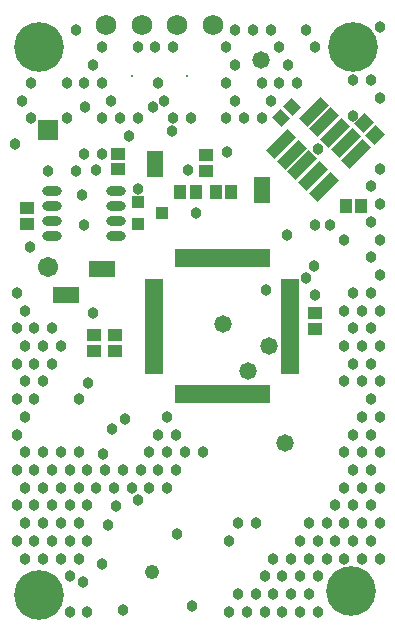
<source format=gbr>
%TF.GenerationSoftware,Altium Limited,Altium Designer,18.1.9 (240)*%
G04 Layer_Color=8388736*
%FSLAX26Y26*%
%MOIN*%
%TF.FileFunction,Soldermask,Top*%
%TF.Part,Single*%
G01*
G75*
%TA.AperFunction,SMDPad,CuDef*%
%ADD64R,0.047370X0.043433*%
%ADD72R,0.043433X0.039496*%
%TA.AperFunction,ComponentPad*%
%ADD73C,0.008000*%
%ADD74C,0.068000*%
%ADD75R,0.067055X0.067055*%
%ADD76C,0.067055*%
%TA.AperFunction,ViaPad*%
%ADD77C,0.165480*%
%ADD78C,0.038000*%
%ADD79C,0.048000*%
%ADD80C,0.058000*%
%TA.AperFunction,SMDPad,CuDef*%
G04:AMPARAMS|DCode=81|XSize=45.402mil|YSize=41.465mil|CornerRadius=0mil|HoleSize=0mil|Usage=FLASHONLY|Rotation=135.000|XOffset=0mil|YOffset=0mil|HoleType=Round|Shape=Rectangle|*
%AMROTATEDRECTD81*
4,1,4,0.030712,-0.001392,0.001392,-0.030712,-0.030712,0.001392,-0.001392,0.030712,0.030712,-0.001392,0.0*
%
%ADD81ROTATEDRECTD81*%

%TA.AperFunction,ConnectorPad*%
G04:AMPARAMS|DCode=82|XSize=47.37mil|YSize=43.433mil|CornerRadius=0mil|HoleSize=0mil|Usage=FLASHONLY|Rotation=45.000|XOffset=0mil|YOffset=0mil|HoleType=Round|Shape=Rectangle|*
%AMROTATEDRECTD82*
4,1,4,-0.001392,-0.032104,-0.032104,-0.001392,0.001392,0.032104,0.032104,0.001392,-0.001392,-0.032104,0.0*
%
%ADD82ROTATEDRECTD82*%

%TA.AperFunction,SMDPad,CuDef*%
%ADD83R,0.041465X0.045402*%
%ADD84R,0.053276X0.088709*%
G04:AMPARAMS|DCode=85|XSize=37.921mil|YSize=102.488mil|CornerRadius=0mil|HoleSize=0mil|Usage=FLASHONLY|Rotation=135.000|XOffset=0mil|YOffset=0mil|HoleType=Round|Shape=Rectangle|*
%AMROTATEDRECTD85*
4,1,4,0.049642,0.022828,-0.022828,-0.049642,-0.049642,-0.022828,0.022828,0.049642,0.049642,0.022828,0.0*
%
%ADD85ROTATEDRECTD85*%

%ADD86R,0.019811X0.061150*%
%ADD87R,0.061150X0.019811*%
%ADD88R,0.088709X0.053276*%
%ADD89R,0.045402X0.041465*%
%ADD90O,0.065087X0.031622*%
D64*
X669291Y1591585D02*
D03*
Y1538435D02*
D03*
X368378Y937992D02*
D03*
Y991142D02*
D03*
X297345Y937992D02*
D03*
Y991142D02*
D03*
X1035433Y1009124D02*
D03*
Y1062274D02*
D03*
X73937Y1414537D02*
D03*
Y1361388D02*
D03*
D72*
X443937Y1434341D02*
D03*
Y1359537D02*
D03*
X522677Y1396939D02*
D03*
D73*
X608722Y1852882D02*
D03*
X423683D02*
D03*
D74*
X693367Y2022961D02*
D03*
X575257D02*
D03*
X457147D02*
D03*
X339037D02*
D03*
D75*
X145581Y1674213D02*
D03*
D76*
Y1215551D02*
D03*
D77*
X1161417Y1948819D02*
D03*
X114173D02*
D03*
X1153543Y136134D02*
D03*
X114173Y123478D02*
D03*
D78*
X401839Y708661D02*
D03*
X393701Y74803D02*
D03*
X1250000Y2016811D02*
D03*
X1220472Y1839645D02*
D03*
X1250000Y1780590D02*
D03*
Y1544370D02*
D03*
X1220472Y1485315D02*
D03*
X1250000Y1426259D02*
D03*
X1220472Y1367204D02*
D03*
X1250000Y1308149D02*
D03*
X1220472Y1249094D02*
D03*
X1250000Y1190039D02*
D03*
X1220472Y1130984D02*
D03*
X1250000Y1071929D02*
D03*
X1220472Y1012874D02*
D03*
X1250000Y953819D02*
D03*
X1220472Y894764D02*
D03*
X1250000Y835708D02*
D03*
X1220472Y776653D02*
D03*
X1250000Y717598D02*
D03*
X1220472Y658543D02*
D03*
X1250000Y599488D02*
D03*
X1220472Y540433D02*
D03*
X1250000Y481378D02*
D03*
X1220472Y422323D02*
D03*
X1250000Y363268D02*
D03*
X1220472Y304213D02*
D03*
X1250000Y245157D02*
D03*
X1161417Y1839645D02*
D03*
Y1721535D02*
D03*
Y1130984D02*
D03*
X1190945Y1071929D02*
D03*
X1161417Y1012874D02*
D03*
X1190945Y953819D02*
D03*
X1161417Y894764D02*
D03*
X1190945Y835708D02*
D03*
Y717598D02*
D03*
X1161417Y658543D02*
D03*
X1190945Y599488D02*
D03*
X1161417Y540433D02*
D03*
X1190945Y481378D02*
D03*
X1161417Y422323D02*
D03*
X1190945Y363268D02*
D03*
X1161417Y304213D02*
D03*
X1190945Y245157D02*
D03*
X1131889Y1308149D02*
D03*
Y1071929D02*
D03*
Y953819D02*
D03*
Y835708D02*
D03*
Y599488D02*
D03*
Y481378D02*
D03*
X1102362Y422323D02*
D03*
X1131889Y363268D02*
D03*
X1102362Y304213D02*
D03*
X1131889Y245157D02*
D03*
X1072834Y363268D02*
D03*
X1043307Y304213D02*
D03*
X1072834Y245157D02*
D03*
X1043307Y186102D02*
D03*
Y67992D02*
D03*
X1013779Y363268D02*
D03*
X984252Y304213D02*
D03*
X1013779Y245157D02*
D03*
X984252Y186102D02*
D03*
X1013779Y127047D02*
D03*
X984252Y67992D02*
D03*
X954724Y245157D02*
D03*
X925197Y186102D02*
D03*
X954724Y127047D02*
D03*
X925197Y67992D02*
D03*
X895669Y245157D02*
D03*
X866141Y186102D02*
D03*
X895669Y127047D02*
D03*
X866141Y67992D02*
D03*
X836614Y363268D02*
D03*
Y127047D02*
D03*
X807086Y67992D02*
D03*
X777559Y363268D02*
D03*
X748031Y304213D02*
D03*
X777559Y127047D02*
D03*
X748031Y67992D02*
D03*
X659449Y599488D02*
D03*
X570866Y658543D02*
D03*
X600394Y599488D02*
D03*
X570866Y540433D02*
D03*
X541338Y717598D02*
D03*
X511811Y658543D02*
D03*
X541338Y599488D02*
D03*
X511811Y540433D02*
D03*
X541338Y481378D02*
D03*
X482283Y599488D02*
D03*
X452756Y540433D02*
D03*
X482283Y481378D02*
D03*
X393701Y540433D02*
D03*
X423228Y481378D02*
D03*
X334646Y540433D02*
D03*
X364173Y481378D02*
D03*
X275591Y540433D02*
D03*
X305118Y481378D02*
D03*
X275591Y422323D02*
D03*
Y304213D02*
D03*
Y67992D02*
D03*
X246063Y599488D02*
D03*
X216535Y540433D02*
D03*
X246063Y481378D02*
D03*
X216535Y422323D02*
D03*
X246063Y363268D02*
D03*
X216535Y304213D02*
D03*
X246063Y245157D02*
D03*
X216535Y186102D02*
D03*
Y67992D02*
D03*
X157480Y1012874D02*
D03*
X187008Y953819D02*
D03*
X157480Y894764D02*
D03*
X187008Y599488D02*
D03*
X157480Y540433D02*
D03*
X187008Y481378D02*
D03*
X157480Y422323D02*
D03*
X187008Y363268D02*
D03*
X157480Y304213D02*
D03*
X187008Y245157D02*
D03*
X98425Y1012874D02*
D03*
X127953Y953819D02*
D03*
X98425Y894764D02*
D03*
X127953Y835708D02*
D03*
X98425Y776653D02*
D03*
X127953Y599488D02*
D03*
X98425Y540433D02*
D03*
X127953Y481378D02*
D03*
X98425Y422323D02*
D03*
X127953Y363268D02*
D03*
X98425Y304213D02*
D03*
X127953Y245157D02*
D03*
X39370Y1130984D02*
D03*
X68898Y1071929D02*
D03*
X39370Y1012874D02*
D03*
X68898Y953819D02*
D03*
X39370Y894764D02*
D03*
X68898Y835708D02*
D03*
X39370Y776653D02*
D03*
X68898Y717598D02*
D03*
X39370Y658543D02*
D03*
X68898Y599488D02*
D03*
X39370Y540433D02*
D03*
X68898Y481378D02*
D03*
X39370Y422323D02*
D03*
X68898Y363268D02*
D03*
X39370Y304213D02*
D03*
X68898Y245157D02*
D03*
X356724Y676478D02*
D03*
X278527Y831771D02*
D03*
X327758Y594488D02*
D03*
X247897Y778304D02*
D03*
X511810Y1830705D02*
D03*
X572835Y326772D02*
D03*
X82677Y1283465D02*
D03*
X740158Y1600472D02*
D03*
X856299Y1712598D02*
D03*
X342519Y358267D02*
D03*
X1033464Y1358267D02*
D03*
X561023Y1712598D02*
D03*
X637794Y1397635D02*
D03*
X870079Y1141732D02*
D03*
X1082677Y1358268D02*
D03*
X559055Y1669291D02*
D03*
X1003937Y2007873D02*
D03*
X1033464Y1948818D02*
D03*
X1003937Y1181102D02*
D03*
X1033464Y1122047D02*
D03*
X944882Y1889763D02*
D03*
X974409Y1830708D02*
D03*
X885827Y2007873D02*
D03*
X915354Y1948818D02*
D03*
Y1830708D02*
D03*
X885827Y1771653D02*
D03*
X826771Y2007873D02*
D03*
X856299Y1830708D02*
D03*
X767716Y2007873D02*
D03*
Y1889763D02*
D03*
Y1771653D02*
D03*
X797244Y1712598D02*
D03*
X738189Y1948818D02*
D03*
Y1830708D02*
D03*
Y1712598D02*
D03*
X620078D02*
D03*
X561023Y1948818D02*
D03*
X531496Y1771653D02*
D03*
X501968Y1948818D02*
D03*
X442913D02*
D03*
Y1712598D02*
D03*
X413386Y1653543D02*
D03*
X442913Y1476378D02*
D03*
X354331Y1771653D02*
D03*
X383858Y1712598D02*
D03*
X324803Y1948818D02*
D03*
X295276Y1889763D02*
D03*
X324803Y1830708D02*
D03*
Y1712598D02*
D03*
Y1594488D02*
D03*
X295276Y1062992D02*
D03*
X236220Y2007873D02*
D03*
X265748Y1830708D02*
D03*
Y1594488D02*
D03*
X236220Y1535433D02*
D03*
X265748Y1358267D02*
D03*
X206693Y1830708D02*
D03*
Y1712598D02*
D03*
X88583Y1830708D02*
D03*
X59055Y1771653D02*
D03*
X88583Y1712598D02*
D03*
X258885Y1456032D02*
D03*
X144623Y1538435D02*
D03*
X939988Y1322144D02*
D03*
X1030539Y1219378D02*
D03*
X494961Y1751968D02*
D03*
X34476Y1626661D02*
D03*
X267743Y1751968D02*
D03*
X1045330Y1610236D02*
D03*
X259842Y165354D02*
D03*
X322835Y228346D02*
D03*
X444882Y440945D02*
D03*
X371919Y419045D02*
D03*
X623407Y86614D02*
D03*
X305118Y1539370D02*
D03*
X610236D02*
D03*
D79*
X492126Y200787D02*
D03*
D80*
X853068Y1905512D02*
D03*
X728346Y1027559D02*
D03*
X811024Y870079D02*
D03*
X881890Y952756D02*
D03*
X933071Y629921D02*
D03*
D81*
X958083Y1748717D02*
D03*
X921892Y1712527D02*
D03*
D82*
X1197744Y1695957D02*
D03*
X1235327Y1658374D02*
D03*
D83*
X1188976Y1419370D02*
D03*
X1137795D02*
D03*
X703346Y1466417D02*
D03*
X754528D02*
D03*
X585069D02*
D03*
X636250D02*
D03*
D84*
X858268Y1472441D02*
D03*
X500000Y1559055D02*
D03*
D85*
X1171283Y1593811D02*
D03*
X1062712Y1485240D02*
D03*
X1135928Y1629167D02*
D03*
X1027356Y1520595D02*
D03*
X1100573Y1664522D02*
D03*
X992001Y1555950D02*
D03*
X1065217Y1699877D02*
D03*
X956646Y1591306D02*
D03*
X1029862Y1735233D02*
D03*
X921290Y1626661D02*
D03*
D86*
X577741Y1245344D02*
D03*
X597426D02*
D03*
X617111D02*
D03*
X636796D02*
D03*
X656481D02*
D03*
X676166D02*
D03*
X695851D02*
D03*
X715536D02*
D03*
X735221D02*
D03*
X754906D02*
D03*
X774591D02*
D03*
X794276D02*
D03*
X813961D02*
D03*
X833646D02*
D03*
X853331D02*
D03*
X873016D02*
D03*
Y792589D02*
D03*
X853331D02*
D03*
X833646D02*
D03*
X813961D02*
D03*
X794276D02*
D03*
X774591D02*
D03*
X754906D02*
D03*
X735221D02*
D03*
X715536D02*
D03*
X695851D02*
D03*
X676166D02*
D03*
X656481D02*
D03*
X636796D02*
D03*
X617111D02*
D03*
X597426D02*
D03*
X577741D02*
D03*
D87*
X951756Y1166604D02*
D03*
Y1146919D02*
D03*
Y1127234D02*
D03*
Y1107549D02*
D03*
Y1087864D02*
D03*
Y1068179D02*
D03*
Y1048494D02*
D03*
Y1028809D02*
D03*
Y1009124D02*
D03*
Y989439D02*
D03*
Y969754D02*
D03*
Y950069D02*
D03*
Y930384D02*
D03*
Y910699D02*
D03*
Y891014D02*
D03*
Y871329D02*
D03*
X499000D02*
D03*
Y891014D02*
D03*
Y910699D02*
D03*
Y930384D02*
D03*
Y950069D02*
D03*
Y969754D02*
D03*
Y989439D02*
D03*
Y1009124D02*
D03*
Y1028809D02*
D03*
Y1048494D02*
D03*
Y1068179D02*
D03*
Y1087864D02*
D03*
Y1107549D02*
D03*
Y1127234D02*
D03*
Y1146919D02*
D03*
Y1166604D02*
D03*
D88*
X322835Y1208661D02*
D03*
X204724Y1122047D02*
D03*
D89*
X378937Y1543356D02*
D03*
Y1594537D02*
D03*
D90*
X157352Y1469537D02*
D03*
Y1419537D02*
D03*
Y1369537D02*
D03*
Y1319537D02*
D03*
X371919Y1469537D02*
D03*
Y1419537D02*
D03*
Y1369537D02*
D03*
Y1319537D02*
D03*
%TF.MD5,af0cc9bcd20c3315eceed710f4d7bf1e*%
M02*

</source>
